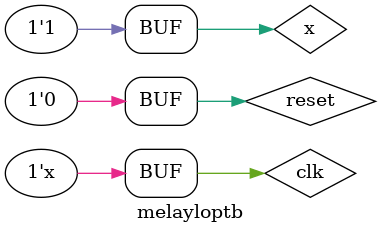
<source format=v>
module melaylop (input clk,reset,x,output reg  y);
parameter s1=2'b00,s2=2'b01,s3=2'b10,s4=2'b11;
reg [1:0]  cs,ns;
always @(posedge clk) begin
if(reset)
   cs=s1;
else 
   cs=ns;
end
always@(cs,x) begin
case (cs)
       s1: begin
             if (x)
                 ns=s2;
              else 
                 ns=s1;
                 
                  
           end
        s2: begin
             if (x)
                 ns=s2;
              else 
                 ns=s3;
                 
           
           end
        s3: begin
		if (x) 
                 ns=s4;
	         
              else 
                 ns=s1; 
                 
           end
	 s4: begin
		if (x) 
                 ns=s2;
	         
              else 
                 ns=s3; 
                 
           end


   endcase
   y=(cs==s4)?1:0;
end
endmodule
 


module melayloptb();
reg clk,reset,x;
wire y;
melaylop rt (clk,reset,x,y);
always #5 clk=~clk;
initial begin
clk=0;
x=0;
reset=1;
#15 reset=0;x=1;
#10; x=0;
#10; x=1;
#10; x=0;
#10; x=1;
#10; x=0;
#10; x=1;
end
endmodule


      

</source>
